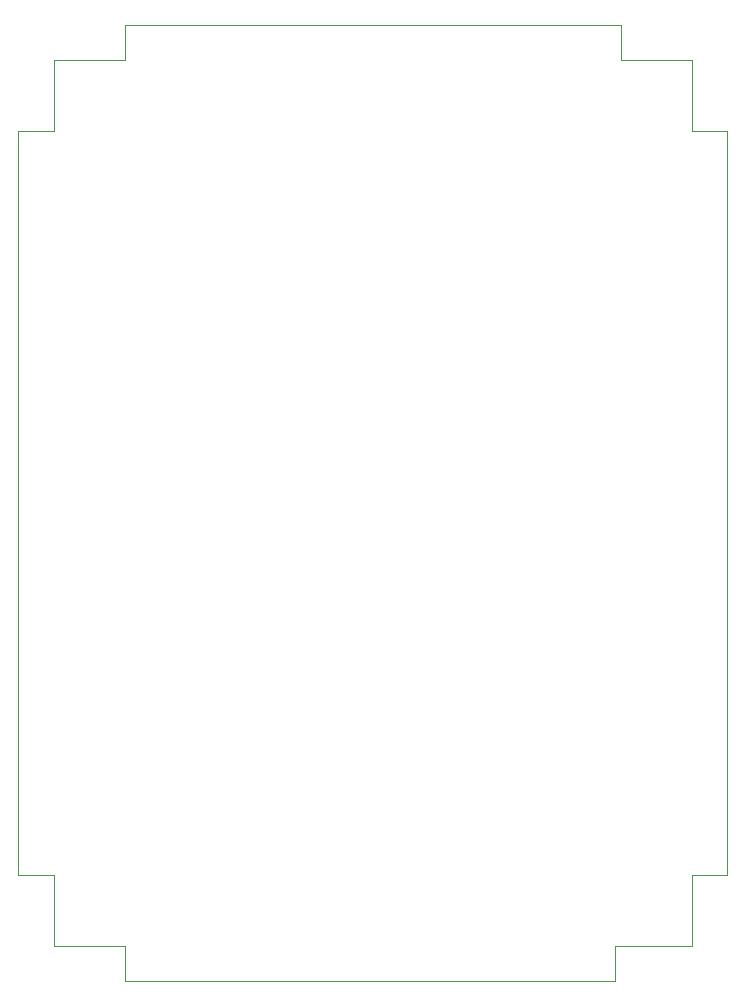
<source format=gbr>
%TF.GenerationSoftware,KiCad,Pcbnew,8.0.2*%
%TF.CreationDate,2024-08-04T20:07:13-04:00*%
%TF.ProjectId,M1PSX3,4d315053-5833-42e6-9b69-6361645f7063,rev?*%
%TF.SameCoordinates,Original*%
%TF.FileFunction,Profile,NP*%
%FSLAX46Y46*%
G04 Gerber Fmt 4.6, Leading zero omitted, Abs format (unit mm)*
G04 Created by KiCad (PCBNEW 8.0.2) date 2024-08-04 20:07:13*
%MOMM*%
%LPD*%
G01*
G04 APERTURE LIST*
%TA.AperFunction,Profile*%
%ADD10C,0.100000*%
%TD*%
G04 APERTURE END LIST*
D10*
X66000000Y-100000000D02*
X66000000Y-106000000D01*
X72000000Y-31000000D02*
X72000000Y-28000000D01*
X114000000Y-28000000D02*
X114000000Y-31000000D01*
X113500000Y-109000000D02*
X72000000Y-109000000D01*
X66000000Y-100000000D02*
X63000000Y-100000000D01*
X66000000Y-31000000D02*
X66000000Y-37000000D01*
X120000000Y-31000000D02*
X120000000Y-37000000D01*
X114000000Y-31000000D02*
X120000000Y-31000000D01*
X123000000Y-37000000D02*
X120000000Y-37000000D01*
X120000000Y-106000000D02*
X113500000Y-106000000D01*
X72000000Y-106000000D02*
X66000000Y-106000000D01*
X120000000Y-100000000D02*
X120000000Y-106000000D01*
X72000000Y-109000000D02*
X72000000Y-106000000D01*
X66000000Y-37000000D02*
X63000000Y-37000000D01*
X123000000Y-100000000D02*
X120000000Y-100000000D01*
X63000000Y-100000000D02*
X63000000Y-37000000D01*
X72000000Y-28000000D02*
X114000000Y-28000000D01*
X123000000Y-37000000D02*
X123000000Y-100000000D01*
X113500000Y-109000000D02*
X113500000Y-106000000D01*
X66000000Y-31000000D02*
X72000000Y-31000000D01*
M02*

</source>
